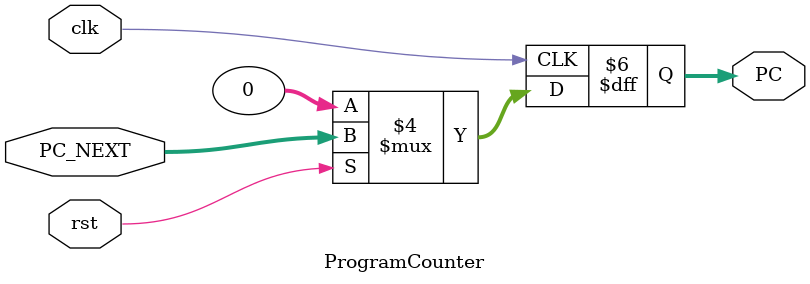
<source format=v>
module ProgramCounter(PC_NEXT, PC, rst, clk);

    input [31:0] PC_NEXT;
    input clk, rst;
    output [31:0]PC;
    reg [31:0]PC;

    always @(posedge clk)
    begin
        if(~rst)
            PC <= {32{1'b0}};
        else
            PC <= PC_NEXT;
    end

endmodule
</source>
